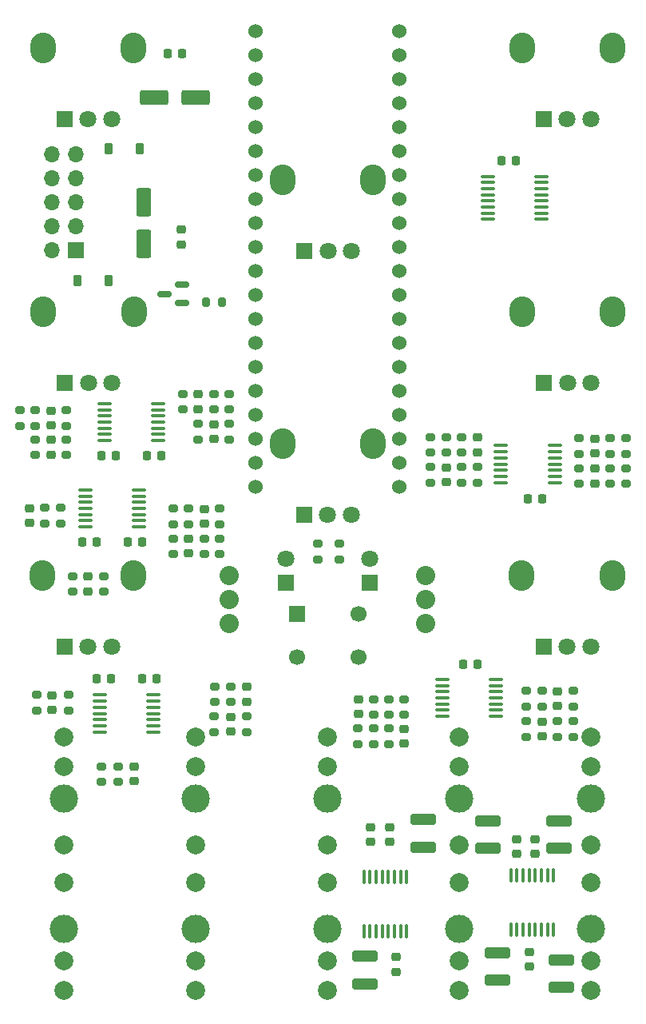
<source format=gbr>
%TF.GenerationSoftware,KiCad,Pcbnew,7.0.1*%
%TF.CreationDate,2024-01-09T19:15:50-05:00*%
%TF.ProjectId,daisy_euro,64616973-795f-4657-9572-6f2e6b696361,rev?*%
%TF.SameCoordinates,Original*%
%TF.FileFunction,Soldermask,Bot*%
%TF.FilePolarity,Negative*%
%FSLAX46Y46*%
G04 Gerber Fmt 4.6, Leading zero omitted, Abs format (unit mm)*
G04 Created by KiCad (PCBNEW 7.0.1) date 2024-01-09 19:15:50*
%MOMM*%
%LPD*%
G01*
G04 APERTURE LIST*
G04 Aperture macros list*
%AMRoundRect*
0 Rectangle with rounded corners*
0 $1 Rounding radius*
0 $2 $3 $4 $5 $6 $7 $8 $9 X,Y pos of 4 corners*
0 Add a 4 corners polygon primitive as box body*
4,1,4,$2,$3,$4,$5,$6,$7,$8,$9,$2,$3,0*
0 Add four circle primitives for the rounded corners*
1,1,$1+$1,$2,$3*
1,1,$1+$1,$4,$5*
1,1,$1+$1,$6,$7*
1,1,$1+$1,$8,$9*
0 Add four rect primitives between the rounded corners*
20,1,$1+$1,$2,$3,$4,$5,0*
20,1,$1+$1,$4,$5,$6,$7,0*
20,1,$1+$1,$6,$7,$8,$9,0*
20,1,$1+$1,$8,$9,$2,$3,0*%
G04 Aperture macros list end*
%ADD10C,3.000000*%
%ADD11C,2.000000*%
%ADD12R,1.800000X1.800000*%
%ADD13C,1.800000*%
%ADD14R,1.700000X1.700000*%
%ADD15C,1.700000*%
%ADD16O,2.720000X3.240000*%
%ADD17C,2.032000*%
%ADD18O,1.700000X1.700000*%
%ADD19RoundRect,0.200000X0.275000X-0.200000X0.275000X0.200000X-0.275000X0.200000X-0.275000X-0.200000X0*%
%ADD20RoundRect,0.225000X0.250000X-0.225000X0.250000X0.225000X-0.250000X0.225000X-0.250000X-0.225000X0*%
%ADD21RoundRect,0.225000X-0.250000X0.225000X-0.250000X-0.225000X0.250000X-0.225000X0.250000X0.225000X0*%
%ADD22RoundRect,0.200000X-0.275000X0.200000X-0.275000X-0.200000X0.275000X-0.200000X0.275000X0.200000X0*%
%ADD23RoundRect,0.100000X0.637500X0.100000X-0.637500X0.100000X-0.637500X-0.100000X0.637500X-0.100000X0*%
%ADD24RoundRect,0.250000X1.100000X-0.325000X1.100000X0.325000X-1.100000X0.325000X-1.100000X-0.325000X0*%
%ADD25RoundRect,0.225000X0.225000X0.250000X-0.225000X0.250000X-0.225000X-0.250000X0.225000X-0.250000X0*%
%ADD26RoundRect,0.225000X-0.225000X-0.250000X0.225000X-0.250000X0.225000X0.250000X-0.225000X0.250000X0*%
%ADD27RoundRect,0.150000X0.587500X0.150000X-0.587500X0.150000X-0.587500X-0.150000X0.587500X-0.150000X0*%
%ADD28RoundRect,0.250000X-1.100000X0.325000X-1.100000X-0.325000X1.100000X-0.325000X1.100000X0.325000X0*%
%ADD29RoundRect,0.225000X-0.225000X-0.375000X0.225000X-0.375000X0.225000X0.375000X-0.225000X0.375000X0*%
%ADD30RoundRect,0.100000X0.100000X-0.637500X0.100000X0.637500X-0.100000X0.637500X-0.100000X-0.637500X0*%
%ADD31RoundRect,0.200000X0.200000X0.275000X-0.200000X0.275000X-0.200000X-0.275000X0.200000X-0.275000X0*%
%ADD32RoundRect,0.250000X1.250000X0.550000X-1.250000X0.550000X-1.250000X-0.550000X1.250000X-0.550000X0*%
%ADD33RoundRect,0.250000X-0.550000X1.250000X-0.550000X-1.250000X0.550000X-1.250000X0.550000X1.250000X0*%
%ADD34RoundRect,0.225000X0.225000X0.375000X-0.225000X0.375000X-0.225000X-0.375000X0.225000X-0.375000X0*%
%ADD35C,1.524000*%
G04 APERTURE END LIST*
D10*
%TO.C,J2*%
X49530000Y-128270000D03*
D11*
X49530000Y-121790000D03*
X49530000Y-133190000D03*
X49530000Y-124890000D03*
%TD*%
D12*
%TO.C,D3*%
X59055000Y-105415000D03*
D13*
X59055000Y-102875000D03*
%TD*%
D14*
%TO.C,SW1*%
X60250000Y-108748000D03*
D15*
X66750000Y-108748000D03*
X60250000Y-113248000D03*
X66750000Y-113248000D03*
%TD*%
D16*
%TO.C,RV2*%
X33340000Y-76708000D03*
X42940000Y-76708000D03*
D12*
X35640000Y-84208000D03*
D13*
X38140000Y-84208000D03*
X40640000Y-84208000D03*
%TD*%
D10*
%TO.C,J7*%
X49530000Y-142080000D03*
D11*
X49530000Y-148560000D03*
X49530000Y-137160000D03*
X49530000Y-145460000D03*
%TD*%
D10*
%TO.C,J1*%
X35560000Y-128270000D03*
D11*
X35560000Y-121790000D03*
X35560000Y-133190000D03*
X35560000Y-124890000D03*
%TD*%
D10*
%TO.C,J8*%
X63500000Y-142080000D03*
D11*
X63500000Y-148560000D03*
X63500000Y-137160000D03*
X63500000Y-145460000D03*
%TD*%
D16*
%TO.C,RV6*%
X84100000Y-48795000D03*
X93700000Y-48795000D03*
D12*
X86400000Y-56295000D03*
D13*
X88900000Y-56295000D03*
X91400000Y-56295000D03*
%TD*%
D10*
%TO.C,J4*%
X77470000Y-128270000D03*
D11*
X77470000Y-121790000D03*
X77470000Y-133190000D03*
X77470000Y-124890000D03*
%TD*%
D16*
%TO.C,RV3*%
X33274000Y-104648000D03*
X42874000Y-104648000D03*
D12*
X35574000Y-112148000D03*
D13*
X38074000Y-112148000D03*
X40574000Y-112148000D03*
%TD*%
D17*
%TO.C,SW2*%
X53086000Y-104648000D03*
X53086000Y-107188000D03*
X53086000Y-109728000D03*
%TD*%
%TO.C,SW3*%
X73914000Y-104648000D03*
X73914000Y-107188000D03*
X73914000Y-109728000D03*
%TD*%
D10*
%TO.C,J10*%
X91440000Y-142080000D03*
D11*
X91440000Y-148560000D03*
X91440000Y-137160000D03*
X91440000Y-145460000D03*
%TD*%
D10*
%TO.C,J6*%
X35560000Y-142080000D03*
D11*
X35560000Y-148560000D03*
X35560000Y-137160000D03*
X35560000Y-145460000D03*
%TD*%
D16*
%TO.C,RV7*%
X84126000Y-76711000D03*
X93726000Y-76711000D03*
D12*
X86426000Y-84211000D03*
D13*
X88926000Y-84211000D03*
X91426000Y-84211000D03*
%TD*%
D12*
%TO.C,D4*%
X67945000Y-105410000D03*
D13*
X67945000Y-102870000D03*
%TD*%
D16*
%TO.C,RV4*%
X58726000Y-62741000D03*
X68326000Y-62741000D03*
D12*
X61026000Y-70241000D03*
D13*
X63526000Y-70241000D03*
X66026000Y-70241000D03*
%TD*%
D10*
%TO.C,J9*%
X77470000Y-142080000D03*
D11*
X77470000Y-148560000D03*
X77470000Y-137160000D03*
X77470000Y-145460000D03*
%TD*%
D10*
%TO.C,J5*%
X91440000Y-128270000D03*
D11*
X91440000Y-121790000D03*
X91440000Y-133190000D03*
X91440000Y-124890000D03*
%TD*%
D16*
%TO.C,RV1*%
X33300000Y-48795000D03*
X42900000Y-48795000D03*
D12*
X35600000Y-56295000D03*
D13*
X38100000Y-56295000D03*
X40600000Y-56295000D03*
%TD*%
D16*
%TO.C,RV5*%
X58700000Y-90681000D03*
X68300000Y-90681000D03*
D12*
X61000000Y-98181000D03*
D13*
X63500000Y-98181000D03*
X66000000Y-98181000D03*
%TD*%
D10*
%TO.C,J3*%
X63500000Y-128270000D03*
D11*
X63500000Y-121790000D03*
X63500000Y-133190000D03*
X63500000Y-124890000D03*
%TD*%
D16*
%TO.C,RV8*%
X84074000Y-104648000D03*
X93674000Y-104648000D03*
D12*
X86374000Y-112148000D03*
D13*
X88874000Y-112148000D03*
X91374000Y-112148000D03*
%TD*%
D14*
%TO.C,J11*%
X36810000Y-70158000D03*
D18*
X34270000Y-70158000D03*
X36810000Y-67618000D03*
X34270000Y-67618000D03*
X36810000Y-65078000D03*
X34270000Y-65078000D03*
X36810000Y-62538000D03*
X34270000Y-62538000D03*
X36810000Y-59998000D03*
X34270000Y-59998000D03*
%TD*%
D19*
%TO.C,R51*%
X62484000Y-102933000D03*
X62484000Y-101283000D03*
%TD*%
%TO.C,R49*%
X33528000Y-99123000D03*
X33528000Y-97473000D03*
%TD*%
%TO.C,R45*%
X87884000Y-121729000D03*
X87884000Y-120079000D03*
%TD*%
D20*
%TO.C,C11*%
X91821000Y-94869000D03*
X91821000Y-93319000D03*
%TD*%
D21*
%TO.C,C15*%
X50419000Y-97587000D03*
X50419000Y-99137000D03*
%TD*%
D19*
%TO.C,R43*%
X89535000Y-118528600D03*
X89535000Y-116878600D03*
%TD*%
D22*
%TO.C,R30*%
X93480625Y-90107000D03*
X93480625Y-91757000D03*
%TD*%
D23*
%TO.C,U5*%
X45026500Y-117303000D03*
X45026500Y-117953000D03*
X45026500Y-118603000D03*
X45026500Y-119253000D03*
X45026500Y-119903000D03*
X45026500Y-120553000D03*
X45026500Y-121203000D03*
X39301500Y-121203000D03*
X39301500Y-120553000D03*
X39301500Y-119903000D03*
X39301500Y-119253000D03*
X39301500Y-118603000D03*
X39301500Y-117953000D03*
X39301500Y-117303000D03*
%TD*%
D19*
%TO.C,R31*%
X90161375Y-91757000D03*
X90161375Y-90107000D03*
%TD*%
D24*
%TO.C,R50*%
X67437000Y-147906000D03*
X67437000Y-144956000D03*
%TD*%
D21*
%TO.C,C38*%
X38100000Y-104762000D03*
X38100000Y-106312000D03*
%TD*%
D23*
%TO.C,U9*%
X43502500Y-95586000D03*
X43502500Y-96236000D03*
X43502500Y-96886000D03*
X43502500Y-97536000D03*
X43502500Y-98186000D03*
X43502500Y-98836000D03*
X43502500Y-99486000D03*
X37777500Y-99486000D03*
X37777500Y-98836000D03*
X37777500Y-98186000D03*
X37777500Y-97536000D03*
X37777500Y-96886000D03*
X37777500Y-96236000D03*
X37777500Y-95586000D03*
%TD*%
D22*
%TO.C,R37*%
X90161375Y-93269000D03*
X90161375Y-94919000D03*
%TD*%
D25*
%TO.C,C26*%
X48075000Y-49400000D03*
X46525000Y-49400000D03*
%TD*%
D20*
%TO.C,C24*%
X85482332Y-134125000D03*
X85482332Y-132575000D03*
%TD*%
D19*
%TO.C,R34*%
X68362286Y-119380000D03*
X68362286Y-117730000D03*
%TD*%
%TO.C,R21*%
X53213000Y-118046000D03*
X53213000Y-116396000D03*
%TD*%
D22*
%TO.C,R54*%
X48768000Y-97537000D03*
X48768000Y-99187000D03*
%TD*%
D19*
%TO.C,R35*%
X95140250Y-94919000D03*
X95140250Y-93269000D03*
%TD*%
%TO.C,R58*%
X50419000Y-102362000D03*
X50419000Y-100712000D03*
%TD*%
D26*
%TO.C,C19*%
X42278000Y-101092000D03*
X43828000Y-101092000D03*
%TD*%
D19*
%TO.C,R8*%
X48133000Y-87058000D03*
X48133000Y-85408000D03*
%TD*%
D20*
%TO.C,C1*%
X49784000Y-87008000D03*
X49784000Y-85458000D03*
%TD*%
%TO.C,C14*%
X86233000Y-121679000D03*
X86233000Y-120129000D03*
%TD*%
D19*
%TO.C,R3*%
X53086000Y-87058000D03*
X53086000Y-85408000D03*
%TD*%
D21*
%TO.C,C10*%
X66729429Y-117780000D03*
X66729429Y-119330000D03*
%TD*%
D23*
%TO.C,U4*%
X45534500Y-86442000D03*
X45534500Y-87092000D03*
X45534500Y-87742000D03*
X45534500Y-88392000D03*
X45534500Y-89042000D03*
X45534500Y-89692000D03*
X45534500Y-90342000D03*
X39809500Y-90342000D03*
X39809500Y-89692000D03*
X39809500Y-89042000D03*
X39809500Y-88392000D03*
X39809500Y-87742000D03*
X39809500Y-87092000D03*
X39809500Y-86442000D03*
%TD*%
D20*
%TO.C,C35*%
X68055000Y-132842000D03*
X68055000Y-131292000D03*
%TD*%
D26*
%TO.C,C33*%
X43802000Y-115570000D03*
X45352000Y-115570000D03*
%TD*%
D22*
%TO.C,R9*%
X53086000Y-88583000D03*
X53086000Y-90233000D03*
%TD*%
%TO.C,R24*%
X76049429Y-89980000D03*
X76049429Y-91630000D03*
%TD*%
D24*
%TO.C,R60*%
X88011000Y-133555000D03*
X88011000Y-130605000D03*
%TD*%
D21*
%TO.C,C27*%
X48000000Y-68025000D03*
X48000000Y-69575000D03*
%TD*%
D20*
%TO.C,C2*%
X34163000Y-88723000D03*
X34163000Y-87173000D03*
%TD*%
D25*
%TO.C,C21*%
X86259000Y-96520000D03*
X84709000Y-96520000D03*
%TD*%
D27*
%TO.C,U7*%
X48054500Y-73853000D03*
X48054500Y-75753000D03*
X46179500Y-74803000D03*
%TD*%
D28*
%TO.C,R61*%
X73660000Y-130478000D03*
X73660000Y-133428000D03*
%TD*%
D20*
%TO.C,C31*%
X43002200Y-126442000D03*
X43002200Y-124892000D03*
%TD*%
%TO.C,C25*%
X84912200Y-146063000D03*
X84912200Y-144513000D03*
%TD*%
D19*
%TO.C,R22*%
X36002666Y-118922000D03*
X36002666Y-117272000D03*
%TD*%
D22*
%TO.C,R23*%
X74374858Y-89980000D03*
X74374858Y-91630000D03*
%TD*%
%TO.C,R2*%
X41275000Y-124842000D03*
X41275000Y-126492000D03*
%TD*%
D20*
%TO.C,C23*%
X83554666Y-134125000D03*
X83554666Y-132575000D03*
%TD*%
D22*
%TO.C,R12*%
X32512000Y-90234000D03*
X32512000Y-91884000D03*
%TD*%
%TO.C,R46*%
X84582000Y-120079000D03*
X84582000Y-121729000D03*
%TD*%
D23*
%TO.C,U2*%
X86174500Y-62368000D03*
X86174500Y-63018000D03*
X86174500Y-63668000D03*
X86174500Y-64318000D03*
X86174500Y-64968000D03*
X86174500Y-65618000D03*
X86174500Y-66268000D03*
X86174500Y-66918000D03*
X80449500Y-66918000D03*
X80449500Y-66268000D03*
X80449500Y-65618000D03*
X80449500Y-64968000D03*
X80449500Y-64318000D03*
X80449500Y-63668000D03*
X80449500Y-63018000D03*
X80449500Y-62368000D03*
%TD*%
D19*
%TO.C,R44*%
X89535000Y-121729000D03*
X89535000Y-120079000D03*
%TD*%
D22*
%TO.C,R40*%
X74374858Y-93155000D03*
X74374858Y-94805000D03*
%TD*%
D21*
%TO.C,C13*%
X87884000Y-116928600D03*
X87884000Y-118478600D03*
%TD*%
D22*
%TO.C,R32*%
X69995143Y-117730000D03*
X69995143Y-119380000D03*
%TD*%
D29*
%TO.C,D2*%
X36958000Y-73406000D03*
X40258000Y-73406000D03*
%TD*%
D19*
%TO.C,R39*%
X79398574Y-94805000D03*
X79398574Y-93155000D03*
%TD*%
D30*
%TO.C,U8*%
X87466600Y-142156100D03*
X86816600Y-142156100D03*
X86166600Y-142156100D03*
X85516600Y-142156100D03*
X84866600Y-142156100D03*
X84216600Y-142156100D03*
X83566600Y-142156100D03*
X82916600Y-142156100D03*
X82916600Y-136431100D03*
X83566600Y-136431100D03*
X84216600Y-136431100D03*
X84866600Y-136431100D03*
X85516600Y-136431100D03*
X86166600Y-136431100D03*
X86816600Y-136431100D03*
X87466600Y-136431100D03*
%TD*%
D19*
%TO.C,R36*%
X93480625Y-94919000D03*
X93480625Y-93269000D03*
%TD*%
%TO.C,R11*%
X49784000Y-90233000D03*
X49784000Y-88583000D03*
%TD*%
D24*
%TO.C,R14*%
X80518000Y-133555000D03*
X80518000Y-130605000D03*
%TD*%
D22*
%TO.C,R16*%
X54940200Y-119584000D03*
X54940200Y-121234000D03*
%TD*%
%TO.C,R29*%
X95140250Y-90107000D03*
X95140250Y-91757000D03*
%TD*%
D31*
%TO.C,R47*%
X52260000Y-75692000D03*
X50610000Y-75692000D03*
%TD*%
D32*
%TO.C,C28*%
X49500000Y-54000000D03*
X45100000Y-54000000D03*
%TD*%
D20*
%TO.C,C12*%
X76049429Y-94755000D03*
X76049429Y-93205000D03*
%TD*%
D21*
%TO.C,C4*%
X34163000Y-90284000D03*
X34163000Y-91834000D03*
%TD*%
%TO.C,C5*%
X54906333Y-116446000D03*
X54906333Y-117996000D03*
%TD*%
D19*
%TO.C,R15*%
X51485800Y-121234000D03*
X51485800Y-119584000D03*
%TD*%
D28*
%TO.C,R13*%
X88265000Y-145337000D03*
X88265000Y-148287000D03*
%TD*%
D26*
%TO.C,C34*%
X38989000Y-115570000D03*
X40539000Y-115570000D03*
%TD*%
%TO.C,C17*%
X44310000Y-91948000D03*
X45860000Y-91948000D03*
%TD*%
D21*
%TO.C,C7*%
X79398571Y-90030000D03*
X79398571Y-91580000D03*
%TD*%
D26*
%TO.C,C30*%
X81902000Y-60706000D03*
X83452000Y-60706000D03*
%TD*%
D19*
%TO.C,R38*%
X77724000Y-94805000D03*
X77724000Y-93155000D03*
%TD*%
D22*
%TO.C,R48*%
X35179000Y-97473000D03*
X35179000Y-99123000D03*
%TD*%
D19*
%TO.C,R7*%
X35814000Y-88773000D03*
X35814000Y-87123000D03*
%TD*%
D30*
%TO.C,U10*%
X71871000Y-142308500D03*
X71221000Y-142308500D03*
X70571000Y-142308500D03*
X69921000Y-142308500D03*
X69271000Y-142308500D03*
X68621000Y-142308500D03*
X67971000Y-142308500D03*
X67321000Y-142308500D03*
X67321000Y-136583500D03*
X67971000Y-136583500D03*
X68621000Y-136583500D03*
X69271000Y-136583500D03*
X69921000Y-136583500D03*
X70571000Y-136583500D03*
X71221000Y-136583500D03*
X71871000Y-136583500D03*
%TD*%
D26*
%TO.C,C18*%
X39484000Y-91948000D03*
X41034000Y-91948000D03*
%TD*%
D19*
%TO.C,R25*%
X77724000Y-91630000D03*
X77724000Y-89980000D03*
%TD*%
D20*
%TO.C,C8*%
X71609858Y-122441000D03*
X71609858Y-120891000D03*
%TD*%
D22*
%TO.C,R42*%
X86233000Y-116878600D03*
X86233000Y-118528600D03*
%TD*%
D21*
%TO.C,C6*%
X34290000Y-117322000D03*
X34290000Y-118872000D03*
%TD*%
D22*
%TO.C,R52*%
X47117000Y-97537000D03*
X47117000Y-99187000D03*
%TD*%
%TO.C,R20*%
X32635332Y-117272000D03*
X32635332Y-118922000D03*
%TD*%
D21*
%TO.C,C9*%
X91821000Y-90157000D03*
X91821000Y-91707000D03*
%TD*%
D25*
%TO.C,C22*%
X79388000Y-114046000D03*
X77838000Y-114046000D03*
%TD*%
D33*
%TO.C,C29*%
X44000000Y-65100000D03*
X44000000Y-69500000D03*
%TD*%
D21*
%TO.C,C39*%
X31877000Y-97523000D03*
X31877000Y-99073000D03*
%TD*%
D19*
%TO.C,R53*%
X52070000Y-99187000D03*
X52070000Y-97537000D03*
%TD*%
D22*
%TO.C,R17*%
X36449000Y-104712000D03*
X36449000Y-106362000D03*
%TD*%
D23*
%TO.C,U6*%
X81348500Y-115652000D03*
X81348500Y-116302000D03*
X81348500Y-116952000D03*
X81348500Y-117602000D03*
X81348500Y-118252000D03*
X81348500Y-118902000D03*
X81348500Y-119552000D03*
X75623500Y-119552000D03*
X75623500Y-118902000D03*
X75623500Y-118252000D03*
X75623500Y-117602000D03*
X75623500Y-116952000D03*
X75623500Y-116302000D03*
X75623500Y-115652000D03*
%TD*%
D19*
%TO.C,R18*%
X39751000Y-106362000D03*
X39751000Y-104712000D03*
%TD*%
D22*
%TO.C,R19*%
X51519667Y-116396000D03*
X51519667Y-118046000D03*
%TD*%
%TO.C,R6*%
X32512000Y-87123000D03*
X32512000Y-88773000D03*
%TD*%
%TO.C,R59*%
X47117000Y-100712000D03*
X47117000Y-102362000D03*
%TD*%
D19*
%TO.C,R55*%
X64770000Y-102933000D03*
X64770000Y-101283000D03*
%TD*%
D20*
%TO.C,C3*%
X51435000Y-90183000D03*
X51435000Y-88633000D03*
%TD*%
D19*
%TO.C,R1*%
X39547800Y-126492000D03*
X39547800Y-124842000D03*
%TD*%
D22*
%TO.C,R33*%
X71628000Y-117730000D03*
X71628000Y-119380000D03*
%TD*%
D20*
%TO.C,C32*%
X53213000Y-121184000D03*
X53213000Y-119634000D03*
%TD*%
D19*
%TO.C,R26*%
X66711286Y-122491000D03*
X66711286Y-120841000D03*
%TD*%
D22*
%TO.C,R28*%
X69977000Y-120841000D03*
X69977000Y-122491000D03*
%TD*%
D19*
%TO.C,R57*%
X52070000Y-102362000D03*
X52070000Y-100712000D03*
%TD*%
D23*
%TO.C,U3*%
X87571500Y-90887000D03*
X87571500Y-91537000D03*
X87571500Y-92187000D03*
X87571500Y-92837000D03*
X87571500Y-93487000D03*
X87571500Y-94137000D03*
X87571500Y-94787000D03*
X81846500Y-94787000D03*
X81846500Y-94137000D03*
X81846500Y-93487000D03*
X81846500Y-92837000D03*
X81846500Y-92187000D03*
X81846500Y-91537000D03*
X81846500Y-90887000D03*
%TD*%
D22*
%TO.C,R41*%
X84582000Y-116878600D03*
X84582000Y-118528600D03*
%TD*%
D34*
%TO.C,D1*%
X43560000Y-59436000D03*
X40260000Y-59436000D03*
%TD*%
D35*
%TO.C,U1*%
X71120000Y-46990000D03*
X71120000Y-49530000D03*
X71120000Y-52070000D03*
X71120000Y-54610000D03*
X71120000Y-57150000D03*
X71120000Y-59690000D03*
X71120000Y-62230000D03*
X71120000Y-64770000D03*
X71120000Y-67310000D03*
X71120000Y-69850000D03*
X71120000Y-72390000D03*
X71120000Y-74930000D03*
X71120000Y-77470000D03*
X71120000Y-80010000D03*
X71120000Y-82550000D03*
X71120000Y-85090000D03*
X71120000Y-87630000D03*
X71120000Y-90170000D03*
X71120000Y-92710000D03*
X71120000Y-95250000D03*
X55880000Y-95250000D03*
X55880000Y-92710000D03*
X55880000Y-90170000D03*
X55880000Y-87630000D03*
X55880000Y-85090000D03*
X55880000Y-82550000D03*
X55880000Y-80010000D03*
X55880000Y-77470000D03*
X55880000Y-74930000D03*
X55880000Y-72390000D03*
X55880000Y-69850000D03*
X55880000Y-67310000D03*
X55880000Y-64770000D03*
X55880000Y-62230000D03*
X55880000Y-59690000D03*
X55880000Y-57150000D03*
X55880000Y-54610000D03*
X55880000Y-52070000D03*
X55880000Y-49530000D03*
X55880000Y-46990000D03*
%TD*%
D19*
%TO.C,R27*%
X68344143Y-122491000D03*
X68344143Y-120841000D03*
%TD*%
D20*
%TO.C,C36*%
X70104000Y-132842000D03*
X70104000Y-131292000D03*
%TD*%
%TO.C,C37*%
X70713600Y-146621800D03*
X70713600Y-145071800D03*
%TD*%
D22*
%TO.C,R5*%
X51435000Y-85408000D03*
X51435000Y-87058000D03*
%TD*%
D28*
%TO.C,R56*%
X81534000Y-144575000D03*
X81534000Y-147525000D03*
%TD*%
D19*
%TO.C,R10*%
X35814000Y-91884000D03*
X35814000Y-90234000D03*
%TD*%
D26*
%TO.C,C20*%
X37452000Y-101092000D03*
X39002000Y-101092000D03*
%TD*%
D19*
%TO.C,R4*%
X30861000Y-88773000D03*
X30861000Y-87123000D03*
%TD*%
D20*
%TO.C,C16*%
X48768000Y-102312000D03*
X48768000Y-100762000D03*
%TD*%
M02*

</source>
